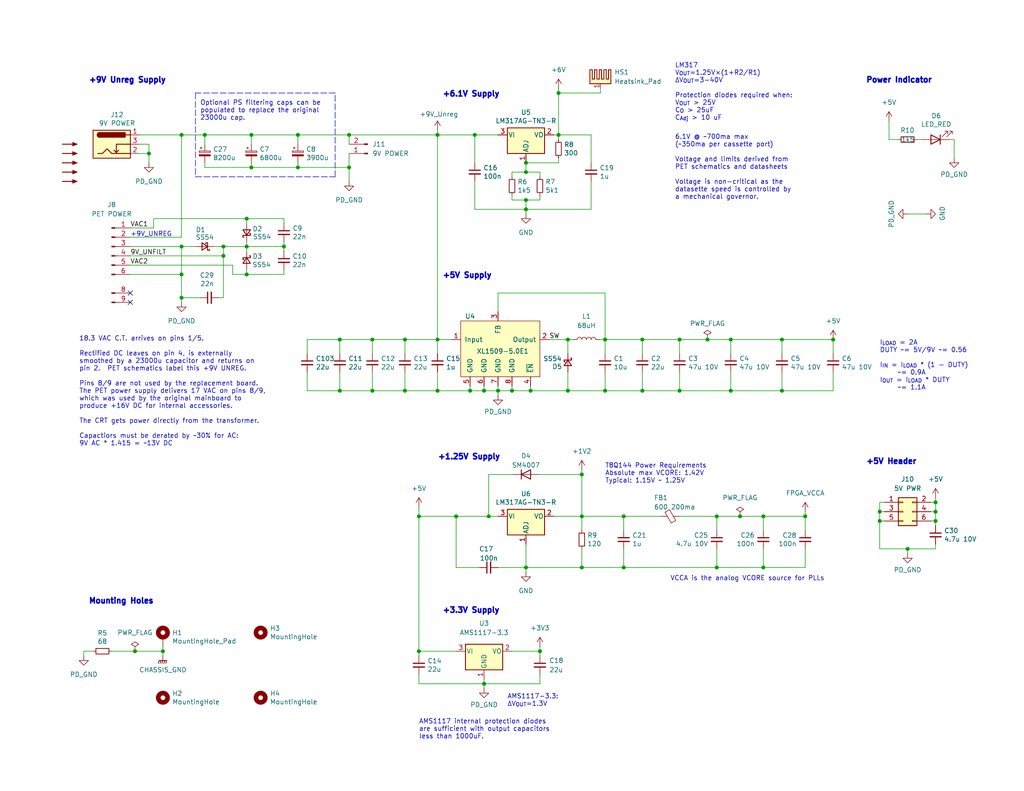
<source format=kicad_sch>
(kicad_sch (version 20211123) (generator eeschema)
  (paper "A")
  (title_block (title "EconoPET 40/8096") (date "2023-11-21") (rev "B") (comment 1 "Unspecified resistors are 62.5mW") (comment 2 "Unspecified capacitors are 25V"))
  (junction (at 213.36 106.68))
  (junction (at 240.03 139.7))
  (junction (at 119.38 36.83))
  (junction (at 132.08 106.68))
  (junction (at 185.42 106.68))
  (junction (at 95.25 36.83))
  (junction (at 114.3 177.8))
  (junction (at 92.71 92.71))
  (junction (at 195.58 154.94))
  (junction (at 67.31 67.31))
  (junction (at 95.25 45.72))
  (junction (at 255.27 137.16))
  (junction (at 144.78 106.68))
  (junction (at 158.75 154.94))
  (junction (at 199.39 106.68))
  (junction (at 213.36 92.71))
  (junction (at 143.51 46.99))
  (junction (at 240.03 142.24))
  (junction (at 227.33 92.71))
  (junction (at 110.49 106.68))
  (junction (at 255.27 139.7))
  (junction (at 40.64 41.91))
  (junction (at 36.83 177.8))
  (junction (at 77.47 67.31))
  (junction (at 101.6 106.68))
  (junction (at 101.6 92.71))
  (junction (at 92.71 106.68))
  (junction (at 208.28 154.94))
  (junction (at 143.51 57.15))
  (junction (at 49.53 74.93))
  (junction (at 49.53 81.28))
  (junction (at 152.4 25.4))
  (junction (at 143.51 44.45))
  (junction (at 247.65 149.86))
  (junction (at 185.42 92.71))
  (junction (at 68.58 45.72))
  (junction (at 208.28 140.97))
  (junction (at 124.46 140.97))
  (junction (at 67.31 59.69))
  (junction (at 44.45 177.8))
  (junction (at 201.93 140.97))
  (junction (at 81.28 45.72))
  (junction (at 193.04 92.71))
  (junction (at 81.28 36.83))
  (junction (at 49.53 67.31))
  (junction (at 154.94 92.71))
  (junction (at 110.49 92.71))
  (junction (at 55.88 36.83))
  (junction (at 170.18 140.97))
  (junction (at 119.38 92.71))
  (junction (at 255.27 142.24))
  (junction (at 68.58 36.83))
  (junction (at 129.54 36.83))
  (junction (at 195.58 140.97))
  (junction (at 165.1 92.71))
  (junction (at 49.53 36.83))
  (junction (at 158.75 129.54))
  (junction (at 119.38 106.68))
  (junction (at 175.26 106.68))
  (junction (at 152.4 36.83))
  (junction (at 128.27 106.68))
  (junction (at 147.32 177.8))
  (junction (at 132.08 186.69))
  (junction (at 135.89 106.68))
  (junction (at 219.71 140.97))
  (junction (at 139.7 106.68))
  (junction (at 165.1 106.68))
  (junction (at 170.18 154.94))
  (junction (at 60.96 67.31))
  (junction (at 114.3 140.97))
  (junction (at 175.26 92.71))
  (junction (at 143.51 54.61))
  (junction (at 158.75 140.97))
  (junction (at 60.96 69.85))
  (junction (at 67.31 74.93))
  (junction (at 133.35 140.97))
  (junction (at 154.94 106.68))
  (junction (at 143.51 154.94))
  (junction (at 199.39 92.71))
  (no_connect (at 35.56 80.01))
  (no_connect (at 35.56 82.55))
  (wire (pts (xy 161.29 49.53) (xy 161.29 57.15)))
  (wire (pts (xy 68.58 45.72) (xy 81.28 45.72)))
  (wire (pts (xy 81.28 44.45) (xy 81.28 45.72)))
  (wire (pts (xy 36.83 177.8) (xy 44.45 177.8)))
  (wire (pts (xy 129.54 36.83) (xy 135.89 36.83)))
  (wire (pts (xy 119.38 92.71) (xy 110.49 92.71)))
  (wire (pts (xy 49.53 36.83) (xy 55.88 36.83)))
  (wire (pts (xy 170.18 140.97) (xy 170.18 144.78)))
  (wire (pts (xy 95.25 36.83) (xy 95.25 39.37)))
  (wire (pts (xy 139.7 53.34) (xy 139.7 54.61)))
  (wire (pts (xy 132.08 186.69) (xy 132.08 187.96)))
  (wire (pts (xy 92.71 92.71) (xy 83.82 92.71)))
  (wire (pts (xy 55.88 45.72) (xy 68.58 45.72)))
  (wire (pts (xy 110.49 106.68) (xy 119.38 106.68)))
  (wire (pts (xy 101.6 106.68) (xy 101.6 101.6)))
  (wire (pts (xy 83.82 92.71) (xy 83.82 96.52)))
  (wire (pts (xy 114.3 138.43) (xy 114.3 140.97)))
  (wire (pts (xy 143.51 57.15) (xy 143.51 58.42)))
  (wire (pts (xy 219.71 140.97) (xy 219.71 139.7)))
  (wire (pts (xy 170.18 149.86) (xy 170.18 154.94)))
  (wire (pts (xy 49.53 81.28) (xy 49.53 82.55)))
  (wire (pts (xy 35.56 69.85) (xy 60.96 69.85)))
  (wire (pts (xy 195.58 154.94) (xy 208.28 154.94)))
  (wire (pts (xy 81.28 36.83) (xy 95.25 36.83)))
  (wire (pts (xy 175.26 92.71) (xy 175.26 96.52)))
  (wire (pts (xy 67.31 73.66) (xy 67.31 74.93)))
  (wire (pts (xy 219.71 140.97) (xy 219.71 144.78)))
  (wire (pts (xy 143.51 54.61) (xy 143.51 57.15)))
  (wire (pts (xy 152.4 25.4) (xy 152.4 36.83)))
  (wire (pts (xy 147.32 177.8) (xy 147.32 179.07)))
  (wire (pts (xy 199.39 92.71) (xy 199.39 96.52)))
  (wire (pts (xy 92.71 92.71) (xy 101.6 92.71)))
  (wire (pts (xy 201.93 140.97) (xy 208.28 140.97)))
  (wire (pts (xy 151.13 36.83) (xy 152.4 36.83)))
  (wire (pts (xy 40.64 41.91) (xy 40.64 44.45)))
  (wire (pts (xy 152.4 36.83) (xy 161.29 36.83)))
  (wire (pts (xy 110.49 106.68) (xy 101.6 106.68)))
  (wire (pts (xy 213.36 106.68) (xy 227.33 106.68)))
  (wire (pts (xy 119.38 106.68) (xy 128.27 106.68)))
  (wire (pts (xy 154.94 92.71) (xy 154.94 96.52)))
  (polyline (pts (xy 53.34 25.4) (xy 53.34 48.26)))
  (wire (pts (xy 143.51 46.99) (xy 139.7 46.99)))
  (wire (pts (xy 119.38 36.83) (xy 129.54 36.83)))
  (wire (pts (xy 143.51 44.45) (xy 152.4 44.45)))
  (wire (pts (xy 208.28 140.97) (xy 219.71 140.97)))
  (wire (pts (xy 59.69 81.28) (xy 60.96 81.28)))
  (wire (pts (xy 158.75 144.78) (xy 158.75 140.97)))
  (polyline (pts (xy 91.44 48.26) (xy 91.44 25.4)))
  (wire (pts (xy 170.18 154.94) (xy 195.58 154.94)))
  (wire (pts (xy 114.3 140.97) (xy 114.3 177.8)))
  (wire (pts (xy 129.54 36.83) (xy 129.54 44.45)))
  (wire (pts (xy 240.03 139.7) (xy 241.3 139.7)))
  (wire (pts (xy 101.6 92.71) (xy 101.6 96.52)))
  (wire (pts (xy 227.33 101.6) (xy 227.33 106.68)))
  (wire (pts (xy 151.13 140.97) (xy 158.75 140.97)))
  (wire (pts (xy 135.89 106.68) (xy 139.7 106.68)))
  (wire (pts (xy 255.27 142.24) (xy 255.27 143.51)))
  (wire (pts (xy 240.03 137.16) (xy 240.03 139.7)))
  (wire (pts (xy 135.89 80.01) (xy 165.1 80.01)))
  (wire (pts (xy 165.1 92.71) (xy 165.1 96.52)))
  (wire (pts (xy 101.6 106.68) (xy 92.71 106.68)))
  (wire (pts (xy 147.32 48.26) (xy 147.32 46.99)))
  (wire (pts (xy 147.32 129.54) (xy 158.75 129.54)))
  (wire (pts (xy 110.49 92.71) (xy 110.49 96.52)))
  (wire (pts (xy 152.4 43.18) (xy 152.4 44.45)))
  (wire (pts (xy 60.96 69.85) (xy 60.96 67.31)))
  (wire (pts (xy 161.29 36.83) (xy 161.29 44.45)))
  (wire (pts (xy 77.47 59.69) (xy 77.47 60.96)))
  (wire (pts (xy 255.27 139.7) (xy 255.27 142.24)))
  (wire (pts (xy 128.27 105.41) (xy 128.27 106.68)))
  (wire (pts (xy 158.75 128.27) (xy 158.75 129.54)))
  (wire (pts (xy 219.71 154.94) (xy 219.71 149.86)))
  (wire (pts (xy 144.78 106.68) (xy 154.94 106.68)))
  (wire (pts (xy 185.42 92.71) (xy 175.26 92.71)))
  (wire (pts (xy 195.58 140.97) (xy 185.42 140.97)))
  (wire (pts (xy 149.86 92.71) (xy 154.94 92.71)))
  (wire (pts (xy 41.91 59.69) (xy 67.31 59.69)))
  (wire (pts (xy 213.36 92.71) (xy 213.36 96.52)))
  (wire (pts (xy 152.4 25.4) (xy 163.83 25.4)))
  (wire (pts (xy 129.54 57.15) (xy 129.54 49.53)))
  (wire (pts (xy 135.89 154.94) (xy 143.51 154.94)))
  (wire (pts (xy 165.1 92.71) (xy 165.1 80.01)))
  (wire (pts (xy 40.64 39.37) (xy 40.64 41.91)))
  (wire (pts (xy 255.27 148.59) (xy 255.27 149.86)))
  (wire (pts (xy 133.35 129.54) (xy 139.7 129.54)))
  (wire (pts (xy 77.47 74.93) (xy 77.47 73.66)))
  (wire (pts (xy 35.56 74.93) (xy 49.53 74.93)))
  (wire (pts (xy 208.28 144.78) (xy 208.28 140.97)))
  (wire (pts (xy 35.56 72.39) (xy 63.5 72.39)))
  (wire (pts (xy 67.31 66.04) (xy 67.31 67.31)))
  (polyline (pts (xy 91.44 25.4) (xy 53.34 25.4)))
  (wire (pts (xy 147.32 176.53) (xy 147.32 177.8)))
  (wire (pts (xy 49.53 67.31) (xy 49.53 74.93)))
  (wire (pts (xy 185.42 101.6) (xy 185.42 106.68)))
  (wire (pts (xy 152.4 24.13) (xy 152.4 25.4)))
  (wire (pts (xy 247.65 149.86) (xy 240.03 149.86)))
  (wire (pts (xy 132.08 186.69) (xy 147.32 186.69)))
  (wire (pts (xy 124.46 140.97) (xy 124.46 154.94)))
  (wire (pts (xy 240.03 149.86) (xy 240.03 142.24)))
  (wire (pts (xy 170.18 140.97) (xy 180.34 140.97)))
  (wire (pts (xy 92.71 106.68) (xy 92.71 101.6)))
  (wire (pts (xy 114.3 140.97) (xy 124.46 140.97)))
  (wire (pts (xy 195.58 149.86) (xy 195.58 154.94)))
  (wire (pts (xy 139.7 46.99) (xy 139.7 48.26)))
  (wire (pts (xy 81.28 36.83) (xy 81.28 39.37)))
  (wire (pts (xy 22.86 177.8) (xy 25.4 177.8)))
  (wire (pts (xy 254 142.24) (xy 255.27 142.24)))
  (wire (pts (xy 55.88 36.83) (xy 55.88 39.37)))
  (wire (pts (xy 158.75 154.94) (xy 170.18 154.94)))
  (wire (pts (xy 143.51 44.45) (xy 143.51 46.99)))
  (wire (pts (xy 199.39 101.6) (xy 199.39 106.68)))
  (wire (pts (xy 240.03 139.7) (xy 240.03 142.24)))
  (wire (pts (xy 154.94 101.6) (xy 154.94 106.68)))
  (wire (pts (xy 132.08 106.68) (xy 135.89 106.68)))
  (wire (pts (xy 175.26 101.6) (xy 175.26 106.68)))
  (wire (pts (xy 83.82 106.68) (xy 83.82 101.6)))
  (wire (pts (xy 208.28 154.94) (xy 219.71 154.94)))
  (wire (pts (xy 154.94 92.71) (xy 156.21 92.71)))
  (wire (pts (xy 195.58 140.97) (xy 201.93 140.97)))
  (wire (pts (xy 119.38 35.56) (xy 119.38 36.83)))
  (wire (pts (xy 58.42 67.31) (xy 60.96 67.31)))
  (wire (pts (xy 60.96 67.31) (xy 67.31 67.31)))
  (wire (pts (xy 254 139.7) (xy 255.27 139.7)))
  (wire (pts (xy 227.33 92.71) (xy 227.33 96.52)))
  (wire (pts (xy 41.91 59.69) (xy 41.91 62.23)))
  (wire (pts (xy 208.28 154.94) (xy 208.28 149.86)))
  (wire (pts (xy 110.49 92.71) (xy 101.6 92.71)))
  (wire (pts (xy 95.25 45.72) (xy 95.25 49.53)))
  (wire (pts (xy 154.94 106.68) (xy 165.1 106.68)))
  (wire (pts (xy 132.08 186.69) (xy 132.08 185.42)))
  (wire (pts (xy 49.53 81.28) (xy 54.61 81.28)))
  (wire (pts (xy 185.42 92.71) (xy 193.04 92.71)))
  (wire (pts (xy 255.27 137.16) (xy 255.27 139.7)))
  (wire (pts (xy 135.89 105.41) (xy 135.89 106.68)))
  (wire (pts (xy 110.49 101.6) (xy 110.49 106.68)))
  (wire (pts (xy 147.32 53.34) (xy 147.32 54.61)))
  (wire (pts (xy 213.36 101.6) (xy 213.36 106.68)))
  (wire (pts (xy 22.86 179.07) (xy 22.86 177.8)))
  (wire (pts (xy 133.35 140.97) (xy 135.89 140.97)))
  (wire (pts (xy 67.31 68.58) (xy 67.31 67.31)))
  (wire (pts (xy 114.3 184.15) (xy 114.3 186.69)))
  (wire (pts (xy 63.5 74.93) (xy 63.5 72.39)))
  (wire (pts (xy 44.45 177.8) (xy 44.45 176.53)))
  (wire (pts (xy 67.31 67.31) (xy 77.47 67.31)))
  (wire (pts (xy 165.1 101.6) (xy 165.1 106.68)))
  (wire (pts (xy 68.58 45.72) (xy 68.58 44.45)))
  (wire (pts (xy 67.31 59.69) (xy 67.31 60.96)))
  (wire (pts (xy 240.03 142.24) (xy 241.3 142.24)))
  (wire (pts (xy 114.3 177.8) (xy 114.3 179.07)))
  (wire (pts (xy 139.7 177.8) (xy 147.32 177.8)))
  (wire (pts (xy 143.51 46.99) (xy 147.32 46.99)))
  (wire (pts (xy 63.5 74.93) (xy 67.31 74.93)))
  (wire (pts (xy 255.27 149.86) (xy 247.65 149.86)))
  (wire (pts (xy 55.88 36.83) (xy 68.58 36.83)))
  (wire (pts (xy 143.51 154.94) (xy 143.51 148.59)))
  (wire (pts (xy 77.47 67.31) (xy 77.47 66.04)))
  (wire (pts (xy 143.51 57.15) (xy 129.54 57.15)))
  (wire (pts (xy 254 137.16) (xy 255.27 137.16)))
  (wire (pts (xy 128.27 106.68) (xy 132.08 106.68)))
  (wire (pts (xy 30.48 177.8) (xy 36.83 177.8)))
  (wire (pts (xy 119.38 36.83) (xy 119.38 92.71)))
  (wire (pts (xy 139.7 106.68) (xy 144.78 106.68)))
  (wire (pts (xy 260.35 38.1) (xy 260.35 43.18)))
  (wire (pts (xy 119.38 92.71) (xy 123.19 92.71)))
  (wire (pts (xy 95.25 36.83) (xy 119.38 36.83)))
  (wire (pts (xy 44.45 179.07) (xy 44.45 177.8)))
  (wire (pts (xy 143.51 154.94) (xy 158.75 154.94)))
  (polyline (pts (xy 53.34 48.26) (xy 91.44 48.26)))
  (wire (pts (xy 68.58 36.83) (xy 68.58 39.37)))
  (wire (pts (xy 49.53 67.31) (xy 53.34 67.31)))
  (wire (pts (xy 139.7 54.61) (xy 143.51 54.61)))
  (wire (pts (xy 165.1 106.68) (xy 175.26 106.68)))
  (wire (pts (xy 135.89 80.01) (xy 135.89 85.09)))
  (wire (pts (xy 213.36 92.71) (xy 227.33 92.71)))
  (wire (pts (xy 67.31 74.93) (xy 77.47 74.93)))
  (wire (pts (xy 67.31 59.69) (xy 77.47 59.69)))
  (wire (pts (xy 199.39 92.71) (xy 213.36 92.71)))
  (wire (pts (xy 40.64 41.91) (xy 38.1 41.91)))
  (wire (pts (xy 133.35 140.97) (xy 124.46 140.97)))
  (wire (pts (xy 195.58 140.97) (xy 195.58 144.78)))
  (wire (pts (xy 119.38 92.71) (xy 119.38 96.52)))
  (wire (pts (xy 35.56 62.23) (xy 41.91 62.23)))
  (wire (pts (xy 213.36 106.68) (xy 199.39 106.68)))
  (wire (pts (xy 185.42 92.71) (xy 185.42 96.52)))
  (wire (pts (xy 144.78 106.68) (xy 144.78 105.41)))
  (wire (pts (xy 60.96 69.85) (xy 60.96 81.28)))
  (wire (pts (xy 132.08 105.41) (xy 132.08 106.68)))
  (wire (pts (xy 49.53 74.93) (xy 49.53 81.28)))
  (wire (pts (xy 251.46 38.1) (xy 250.19 38.1)))
  (wire (pts (xy 247.65 149.86) (xy 247.65 151.13)))
  (wire (pts (xy 38.1 36.83) (xy 49.53 36.83)))
  (wire (pts (xy 259.08 38.1) (xy 260.35 38.1)))
  (wire (pts (xy 124.46 154.94) (xy 130.81 154.94)))
  (wire (pts (xy 175.26 106.68) (xy 185.42 106.68)))
  (wire (pts (xy 147.32 186.69) (xy 147.32 184.15)))
  (wire (pts (xy 114.3 186.69) (xy 132.08 186.69)))
  (wire (pts (xy 133.35 140.97) (xy 133.35 129.54)))
  (wire (pts (xy 143.51 57.15) (xy 161.29 57.15)))
  (wire (pts (xy 139.7 105.41) (xy 139.7 106.68)))
  (wire (pts (xy 143.51 54.61) (xy 147.32 54.61)))
  (wire (pts (xy 240.03 137.16) (xy 241.3 137.16)))
  (wire (pts (xy 158.75 129.54) (xy 158.75 140.97)))
  (wire (pts (xy 185.42 106.68) (xy 199.39 106.68)))
  (wire (pts (xy 35.56 64.77) (xy 49.53 64.77)))
  (wire (pts (xy 77.47 67.31) (xy 77.47 68.58)))
  (wire (pts (xy 95.25 41.91) (xy 95.25 45.72)))
  (wire (pts (xy 152.4 36.83) (xy 152.4 38.1)))
  (wire (pts (xy 35.56 67.31) (xy 49.53 67.31)))
  (wire (pts (xy 38.1 39.37) (xy 40.64 39.37)))
  (wire (pts (xy 255.27 135.89) (xy 255.27 137.16)))
  (wire (pts (xy 247.65 58.42) (xy 252.73 58.42)))
  (wire (pts (xy 158.75 140.97) (xy 170.18 140.97)))
  (wire (pts (xy 245.11 38.1) (xy 242.57 38.1)))
  (wire (pts (xy 158.75 149.86) (xy 158.75 154.94)))
  (wire (pts (xy 81.28 45.72) (xy 95.25 45.72)))
  (wire (pts (xy 92.71 106.68) (xy 83.82 106.68)))
  (wire (pts (xy 119.38 101.6) (xy 119.38 106.68)))
  (wire (pts (xy 165.1 92.71) (xy 175.26 92.71)))
  (wire (pts (xy 135.89 106.68) (xy 135.89 107.95)))
  (wire (pts (xy 49.53 36.83) (xy 49.53 64.77)))
  (wire (pts (xy 163.83 92.71) (xy 165.1 92.71)))
  (wire (pts (xy 143.51 154.94) (xy 143.51 156.21)))
  (wire (pts (xy 92.71 96.52) (xy 92.71 92.71)))
  (wire (pts (xy 163.83 25.4) (xy 163.83 24.13)))
  (wire (pts (xy 193.04 92.71) (xy 199.39 92.71)))
  (wire (pts (xy 68.58 36.83) (xy 81.28 36.83)))
  (wire (pts (xy 55.88 44.45) (xy 55.88 45.72)))
  (wire (pts (xy 114.3 177.8) (xy 124.46 177.8)))
  (wire (pts (xy 242.57 33.02) (xy 242.57 38.1)))
  (text "T8Q144 Power Requirements\nAbsolute max VCORE: 1.42V\nTypical: 1.15V ~ 1.25V" (at 165.1 132.08 0) (effects (font (size 1.27 1.27)) (justify left bottom)))
  (text "18.3 VAC C.T. arrives on pins 1/5.\n\nRectified DC leaves on pin 4, is externally\nsmoothed by a 23000u capacitor and returns on\npin 2.  PET schematics label this +9V UNREG.\n\nPins 8/9 are not used by the replacement board.\nThe PET power supply delivers 17 VAC on pins 8/9,\nwhich was used by the original mainboard to\nproduce +16V DC for internal accessories.\n\nThe CRT gets power directly from the transformer.\n\nCapactiors must be derated by ~30% for AC:\n9V AC * 1.415 = ~13V DC" (at 21.59 121.92 0) (effects (font (size 1.27 1.27)) (justify left bottom)))
  (text "Power Indicator" (at 236.22 22.86 0) (effects (font (size 1.5 1.5) (thickness 0.8) bold) (justify left bottom)))
  (text "+9V_UNREG" (at 35.56 64.77 0) (effects (font (size 1.27 1.27)) (justify left bottom)))
  (text "+9V Unreg Supply" (at 24.13 22.86 0) (effects (font (size 1.5 1.5) (thickness 0.8) bold) (justify left bottom)))
  (text "Optional PS filtering caps can be\npopulated to replace the original\n23000u cap." (at 54.61 33.02 0) (effects (font (size 1.27 1.27)) (justify left bottom)))
  (text "+6.1V Supply" (at 120.65 26.67 0) (effects (font (size 1.5 1.5) (thickness 0.8) bold) (justify left bottom)))
  (text "+5V Header" (at 236.22 127 0) (effects (font (size 1.5 1.5) (thickness 0.8) bold) (justify left bottom)))
  (text "VCCA is the analog VCORE source for PLLs" (at 182.88 158.75 0) (effects (font (size 1.27 1.27)) (justify left bottom)))
  (text "AMS1117-3.3:\nΔV_{OUT}=1.3V" (at 138.43 193.04 0) (effects (font (size 1.27 1.27)) (justify left bottom)))
  (text "+5V Supply" (at 120.65 76.2 0) (effects (font (size 1.5 1.5) (thickness 0.8) bold) (justify left bottom)))
  (text "AMS1117 internal protection diodes\nare sufficient with output capacitors\nless than 1000uF." (at 114.3 201.93 0) (effects (font (size 1.27 1.27)) (justify left bottom)))
  (text "Mounting Holes" (at 24.13 165.1 0) (effects (font (size 1.5 1.5) (thickness 0.8) bold) (justify left bottom)))
  (text "+1.25V Supply" (at 119.38 125.73 0) (effects (font (size 1.5 1.5) (thickness 0.8) bold) (justify left bottom)))
  (text "+3.3V Supply" (at 120.65 167.64 0) (effects (font (size 1.5 1.5) (thickness 0.8) bold) (justify left bottom)))
  (text "6.1V @ ~700ma max\n(~350ma per cassette port)\n\nVoltage and limits derived from\nPET schematics and datasheets\n\nVoltage is non-critical as the\ndatasette speed is controlled by\na mechanical governor." (at 184.15 54.61 0) (effects (font (size 1.27 1.27)) (justify left bottom)))
  (text "LM317\nV_{OUT}=1.25V×(1+R2/R1)\nΔV_{OUT}=3-40V\n\nProtection diodes required when:\nV_{OUT} > 25V\nC_{O} > 25uF\nC_{Adj} > 10 uF\n" (at 184.15 33.02 0) (effects (font (size 1.27 1.27)) (justify left bottom)))
  (text "I_{LOAD} = 2A\nDUTY ~= 5V/9V ~= 0.56\n\nI_{IN} = I_{LOAD} * (1 - DUTY)\n     ~= 0.9A\nI_{OUT} = I_{LOAD} * DUTY\n     ~= 1.1A" (at 240.03 106.68 0) (effects (font (size 1.27 1.27)) (justify left bottom)))
  (label "9V_UNFILT" (at 35.56 69.85 0))
  (label "VAC1" (at 35.56 62.23 0))
  (label "VAC2" (at 35.56 72.39 0))
  (label "SW" (at 149.86 92.71 0))
  (symbol (lib_id "Connector:Barrel_Jack_Switch") (at 30.48 39.37 0) (unit 1)
    (property "Reference" "J12" (at 31.9278 31.3182 0))
    (property "Value" "9V POWER" (at 31.9278 33.6296 0))
    (property "Footprint" "PET:BarrelJack_Horizontal" (effects hide))
    (property "Datasheet" "https://www.gravitech.us/poja2x51.html" (effects hide))
    (property "MOUSER" "992-CON-SOCJ-2155" (effects hide))
  )
  (symbol (lib_id "Mainboard-rescue:CP_Small-Device") (at 55.88 41.91 0) (unit 1)
    (property "Reference" "C27" (at 58.1152 40.7416 0) (effects (justify left)))
    (property "Value" "8200u" (at 58.1152 43.053 0) (effects (justify left)))
    (property "Footprint" "PET:CP_Radial_D18.0mm_P5.00mm_P7.50mm" (effects hide))
    (property "Datasheet" "https://www.mouser.com/datasheet/2/420/Chemi_Con_KYBLL_e-3313623.pdf" (effects hide))
    (property "MOUSER" "661-EKYB250E822MMP1S" (effects hide))
  )
  (symbol (lib_id "Device:LED") (at 255.27 38.1 180) (unit 1)
    (property "Reference" "D6" (at 255.4478 31.623 0))
    (property "Value" "LED_RED" (at 255.4478 33.9344 0))
    (property "Footprint" "LED_SMD:LED_0603_1608Metric" (effects hide))
    (property "Datasheet" "https://datasheet.lcsc.com/lcsc/1810231112_Hubei-KENTO-Elec-KT-0603R_C2286.pdf" (effects hide))
    (property "LCSC" "C2286" (effects hide))
  )
  (symbol (lib_id "Mechanical:MountingHole") (at 71.12 172.72 0) (unit 1)
    (property "Reference" "H3" (at 73.66 171.5516 0) (effects (justify left)))
    (property "Value" "MountingHole" (at 73.66 173.863 0) (effects (justify left)))
    (property "Footprint" "PET:PET_MountingHole_4mm" (effects hide))
  )
  (symbol (lib_id "Device:C_Small") (at 77.47 63.5 0) (unit 1)
    (property "Reference" "C9" (at 79.8068 62.3316 0) (effects (justify left)))
    (property "Value" "22n" (at 79.8068 64.643 0) (effects (justify left)))
    (property "Footprint" "Capacitor_SMD:C_0402_1005Metric" (effects hide))
    (property "Datasheet" "https://datasheet.lcsc.com/lcsc/2304140030_FH--Guangdong-Fenghua-Advanced-Tech-0402B223K500NT_C1532.pdf" (effects hide))
    (property "LCSC" "C1532" (effects hide))
  )
  (symbol (lib_id "Device:D_Schottky_Small") (at 67.31 63.5 90) (unit 1)
    (property "Reference" "D2" (at 70.231 62.484 90))
    (property "Value" "SS54" (at 71.501 64.643 90))
    (property "Footprint" "Diode_SMD:D_SMA" (effects hide))
    (property "Datasheet" "https://datasheet.lcsc.com/lcsc/2303141100_MDD-Microdiode-Electronics--SS54_C22452.pdf" (effects hide))
    (property "LCSC" "C22452" (effects hide))
  )
  (symbol (lib_id "Device:D_Schottky_Small") (at 67.31 71.12 270) (unit 1)
    (property "Reference" "D3" (at 70.231 69.977 90))
    (property "Value" "SS54" (at 71.374 72.263 90))
    (property "Footprint" "Diode_SMD:D_SMA" (effects hide))
    (property "Datasheet" "https://datasheet.lcsc.com/lcsc/2303141100_MDD-Microdiode-Electronics--SS54_C22452.pdf" (effects hide))
    (property "LCSC" "C22452" (effects hide))
  )
  (symbol (lib_id "Device:D_Schottky_Small") (at 55.88 67.31 180) (unit 1)
    (property "Reference" "D1" (at 54.737 62.738 0))
    (property "Value" "SS54" (at 55.88 64.77 0))
    (property "Footprint" "Diode_SMD:D_SMA" (effects hide))
    (property "Datasheet" "https://datasheet.lcsc.com/lcsc/2303141100_MDD-Microdiode-Electronics--SS54_C22452.pdf" (effects hide))
    (property "LCSC" "C22452" (effects hide))
  )
  (symbol (lib_id "Device:C_Small") (at 77.47 71.12 0) (unit 1)
    (property "Reference" "C10" (at 79.8068 69.9516 0) (effects (justify left)))
    (property "Value" "22n" (at 79.8068 72.263 0) (effects (justify left)))
    (property "Footprint" "Capacitor_SMD:C_0402_1005Metric" (effects hide))
    (property "Datasheet" "https://datasheet.lcsc.com/lcsc/2304140030_FH--Guangdong-Fenghua-Advanced-Tech-0402B223K500NT_C1532.pdf" (effects hide))
    (property "LCSC" "C1532" (effects hide))
  )
  (symbol (lib_id "Device:C_Small") (at 57.15 81.28 90) (unit 1)
    (property "Reference" "C29" (at 58.42 75.1586 90) (effects (justify left)))
    (property "Value" "22n" (at 58.42 77.47 90) (effects (justify left)))
    (property "Footprint" "Capacitor_SMD:C_0402_1005Metric" (effects hide))
    (property "Datasheet" "https://datasheet.lcsc.com/lcsc/2304140030_FH--Guangdong-Fenghua-Advanced-Tech-0402B223K500NT_C1532.pdf" (effects hide))
    (property "LCSC" "C1532" (effects hide))
  )
  (symbol (lib_id "Mechanical:MountingHole_Pad") (at 44.45 173.99 0) (unit 1)
    (property "Reference" "H1" (at 46.99 172.7454 0) (effects (justify left)))
    (property "Value" "MountingHole_Pad" (at 46.99 175.0568 0) (effects (justify left)))
    (property "Footprint" "MountingHole:MountingHole_4mm_Pad" (effects hide))
  )
  (symbol (lib_id "Device:R_Small") (at 27.94 177.8 270) (unit 1)
    (property "Reference" "R5" (at 27.94 172.8216 90))
    (property "Value" "68" (at 27.94 175.133 90))
    (property "Footprint" "Resistor_SMD:R_0805_2012Metric" (effects hide))
    (property "Datasheet" "https://datasheet.lcsc.com/lcsc/2205311830_UNI-ROYAL-Uniroyal-Elec-0805W8F680JT5E_C17802.pdf" (effects hide))
    (property "LCSC" "C17802" (effects hide))
  )
  (symbol (lib_id "Device:C_Small") (at 255.27 146.05 0) (unit 1)
    (property "Reference" "C30" (at 257.6068 144.8816 0) (effects (justify left)))
    (property "Value" "4.7u 10V" (at 257.6068 147.193 0) (effects (justify left)))
    (property "Footprint" "Capacitor_SMD:C_0402_1005Metric" (effects hide))
    (property "Datasheet" "https://datasheet.lcsc.com/lcsc/2304140030_Samsung-Electro-Mechanics-CL05A475MP5NRNC_C23733.pdf" (effects hide))
    (property "LCSC" "C23733" (effects hide))
  )
  (symbol (lib_id "Device:FerriteBead_Small") (at 182.88 140.97 270) (mirror x) (unit 1)
    (property "Reference" "FB1" (at 178.435 135.89 90) (effects (justify left)))
    (property "Value" "600 200ma" (at 178.435 138.43 90) (effects (justify left)))
    (property "Footprint" "Inductor_SMD:L_0603_1608Metric" (effects hide))
    (property "Datasheet" "https://datasheet.lcsc.com/lcsc/2109180930_Sunlord-GZ1608D601TF_C1002.pdf" (effects hide))
    (property "LCSC" "C1002" (effects hide))
  )
  (symbol (lib_id "Mechanical:MountingHole") (at 44.45 190.5 0) (unit 1)
    (property "Reference" "H2" (at 46.99 189.3316 0) (effects (justify left)))
    (property "Value" "MountingHole" (at 46.99 191.643 0) (effects (justify left)))
    (property "Footprint" "PET:PET_MountingHole_4mm" (effects hide))
  )
  (symbol (lib_id "power:+5V") (at 255.27 135.89 0) (unit 1)
    (property "Reference" "#PWR031" (effects hide))
    (property "Value" "+5V" (at 255.27 130.81 0))
  )
  (symbol (lib_id "PET:PD_GND") (at 247.65 58.42 270) (unit 1)
    (property "Reference" "#PWR028" (effects hide))
    (property "Value" "PD_GND" (at 243.205 58.42 0))
  )
  (symbol (lib_id "Device:C_Small") (at 119.38 99.06 0) (unit 1)
    (property "Reference" "C15" (at 121.7168 97.8916 0) (effects (justify left)))
    (property "Value" "1u" (at 121.7168 100.203 0) (effects (justify left)))
    (property "Footprint" "Capacitor_SMD:C_0402_1005Metric" (effects hide))
    (property "Datasheet" "https://datasheet.lcsc.com/lcsc/2304140030_Samsung-Electro-Mechanics-CL05A105KA5NQNC_C52923.pdf" (effects hide))
    (property "LCSC" "C52923" (effects hide))
  )
  (symbol (lib_id "power:+3V3") (at 147.32 176.53 0) (unit 1)
    (property "Reference" "#PWR022" (effects hide))
    (property "Value" "+3V3" (at 147.32 171.45 0))
  )
  (symbol (lib_id "PET:PD_GND") (at 22.86 179.07 0) (unit 1)
    (property "Reference" "#PWR011" (effects hide))
    (property "Value" "PD_GND" (at 22.86 184.15 0))
  )
  (symbol (lib_id "Device:C_Small") (at 227.33 99.06 0) (unit 1)
    (property "Reference" "C6" (at 229.6668 97.8916 0) (effects (justify left)))
    (property "Value" "47u 10V" (at 229.6668 100.203 0) (effects (justify left)))
    (property "Footprint" "Capacitor_SMD:C_1206_3216Metric" (effects hide))
    (property "Datasheet" "https://datasheet.lcsc.com/lcsc/2304140030_Samsung-Electro-Mechanics-CL31A476MPHNNNE_C96123.pdf" (effects hide))
    (property "LCSC" "C96123" (effects hide))
  )
  (symbol (lib_id "Regulator_Linear:LM317_TO-252") (at 143.51 140.97 0) (unit 1)
    (property "Reference" "U6" (at 143.51 134.8232 0))
    (property "Value" "LM317AG-TN3-R" (at 143.51 137.1346 0))
    (property "Footprint" "Package_TO_SOT_SMD:TO-252-2" (effects hide))
    (property "Datasheet" "https://datasheet.lcsc.com/lcsc/2304140030_UTC-Unisonic-Tech-LM317AG-TN3-R_C75510.pdf" (effects hide))
    (property "LCSC" "C75510" (effects hide))
  )
  (symbol (lib_id "Regulator_Linear:LM317_TO-252") (at 143.51 36.83 0) (unit 1)
    (property "Reference" "U5" (at 143.51 30.6832 0))
    (property "Value" "LM317AG-TN3-R" (at 143.51 32.9946 0))
    (property "Footprint" "Package_TO_SOT_SMD:TO-252-2" (effects hide))
    (property "Datasheet" "https://datasheet.lcsc.com/lcsc/2304140030_UTC-Unisonic-Tech-LM317AG-TN3-R_C75510.pdf" (effects hide))
    (property "LCSC" "C75510" (effects hide))
  )
  (symbol (lib_id "Connector:Conn_01x02_Male") (at 100.33 41.91 180) (unit 1)
    (property "Reference" "J11" (at 101.6 39.3699 0) (effects (justify right)))
    (property "Value" "9V POWER" (at 101.6 41.9099 0) (effects (justify right)))
    (property "Footprint" "Connector_PinHeader_2.54mm:PinHeader_1x02_P2.54mm_Vertical" (effects hide))
    (property "MOUSER" "649-1012937891002BLF" (effects hide))
  )
  (symbol (lib_id "Regulator_Linear:AMS1117-3.3") (at 132.08 177.8 0) (unit 1)
    (property "Reference" "U3" (at 132.08 170.18 0))
    (property "Value" "AMS1117-3.3" (at 132.08 172.72 0))
    (property "Footprint" "Package_TO_SOT_SMD:SOT-223-3_TabPin2" (effects hide))
    (property "Datasheet" "https://datasheet.lcsc.com/lcsc/2304140030_Advanced-Monolithic-Systems-AMS1117-3-3_C6186.pdf" (effects hide))
    (property "LCSC" "C6186" (effects hide))
  )
  (symbol (lib_id "Device:C_Small") (at 92.71 99.06 0) (unit 1)
    (property "Reference" "C11" (at 95.0468 97.8916 0) (effects (justify left)))
    (property "Value" "22u" (at 95.0468 100.203 0) (effects (justify left)))
    (property "Footprint" "Capacitor_SMD:C_0805_2012Metric" (effects hide))
    (property "Datasheet" "https://datasheet.lcsc.com/lcsc/2304140030_Samsung-Electro-Mechanics-CL21A226MAQNNNE_C45783.pdf" (effects hide))
    (property "LCSC" "C45783" (effects hide))
  )
  (symbol (lib_id "PET:FPGA_VCCA") (at 219.71 139.7 0) (unit 1)
    (property "Reference" "#PWR025" (effects hide))
    (property "Value" "FPGA_VCCA" (at 219.71 134.62 0))
  )
  (symbol (lib_id "Device:C_Small") (at 165.1 99.06 0) (unit 1)
    (property "Reference" "C1" (at 167.4368 97.8916 0) (effects (justify left)))
    (property "Value" "10u" (at 167.4368 100.203 0) (effects (justify left)))
    (property "Footprint" "Capacitor_SMD:C_0603_1608Metric" (effects hide))
    (property "Datasheet" "https://datasheet.lcsc.com/lcsc/2304140030_Samsung-Electro-Mechanics-CL10A106MA8NRNC_C96446.pdf" (effects hide))
    (property "LCSC" "C96446" (effects hide))
  )
  (symbol (lib_id "Device:C_Small") (at 114.3 181.61 0) (unit 1)
    (property "Reference" "C14" (at 116.6368 180.4416 0) (effects (justify left)))
    (property "Value" "22u" (at 116.6368 182.753 0) (effects (justify left)))
    (property "Footprint" "Capacitor_SMD:C_0805_2012Metric" (effects hide))
    (property "Datasheet" "https://datasheet.lcsc.com/lcsc/2304140030_Samsung-Electro-Mechanics-CL21A226MAQNNNE_C45783.pdf" (effects hide))
    (property "LCSC" "C45783" (effects hide))
  )
  (symbol (lib_id "Mainboard-rescue:CP_Small-Device") (at 81.28 41.91 0) (unit 1)
    (property "Reference" "C8" (at 83.5152 40.7416 0) (effects (justify left)))
    (property "Value" "3900u" (at 83.5152 43.053 0) (effects (justify left)))
    (property "Footprint" "Capacitor_THT:CP_Radial_D12.5mm_P5.00mm" (effects hide))
    (property "Datasheet" "https://www.mouser.com/datasheet/2/420/Chemi_Con_KYBLL_e-3313623.pdf" (effects hide))
    (property "MOUSER" "661-EKYB250E392MK40S" (effects hide))
  )
  (symbol (lib_id "Graphic:SYM_Arrow_Small") (at 19.05 44.45 0) (unit 1)
    (property "Reference" "SYM3" (effects hide))
    (property "Value" "SYM_Arrow_Small" (effects hide))
    (property "Footprint" "PET:EconoPET_Model" (effects hide))
  )
  (symbol (lib_id "PET:PD_GND") (at 135.89 107.95 0) (unit 1)
    (property "Reference" "#PWR019" (effects hide))
    (property "Value" "PD_GND" (at 135.89 112.395 0))
  )
  (symbol (lib_id "PET:PD_GND") (at 95.25 49.53 0) (unit 1)
    (property "Reference" "#PWR015" (effects hide))
    (property "Value" "PD_GND" (at 95.25 54.61 0))
  )
  (symbol (lib_id "power:PWR_FLAG") (at 36.83 177.8 0) (unit 1)
    (property "Reference" "#FLG01" (effects hide))
    (property "Value" "PWR_FLAG" (at 36.83 172.72 0))
  )
  (symbol (lib_id "PET:PD_GND") (at 247.65 151.13 0) (unit 1)
    (property "Reference" "#PWR029" (effects hide))
    (property "Value" "PD_GND" (at 247.65 155.575 0))
  )
  (symbol (lib_id "Device:C_Small") (at 195.58 147.32 0) (mirror y) (unit 1)
    (property "Reference" "C25" (at 193.2432 146.1516 0) (effects (justify left)))
    (property "Value" "4.7u 10V" (at 193.2432 148.463 0) (effects (justify left)))
    (property "Footprint" "Capacitor_SMD:C_0402_1005Metric" (effects hide))
    (property "Datasheet" "https://datasheet.lcsc.com/lcsc/2304140030_Samsung-Electro-Mechanics-CL05A475MP5NRNC_C23733.pdf" (effects hide))
    (property "LCSC" "C23733" (effects hide))
  )
  (symbol (lib_id "Device:C_Small") (at 175.26 99.06 0) (unit 1)
    (property "Reference" "C2" (at 177.5968 97.8916 0) (effects (justify left)))
    (property "Value" "22u" (at 177.5968 100.203 0) (effects (justify left)))
    (property "Footprint" "Capacitor_SMD:C_0805_2012Metric" (effects hide))
    (property "Datasheet" "https://datasheet.lcsc.com/lcsc/2304140030_Samsung-Electro-Mechanics-CL21A226MAQNNNE_C45783.pdf" (effects hide))
    (property "LCSC" "C45783" (effects hide))
  )
  (symbol (lib_id "Device:C_Small") (at 133.35 154.94 90) (unit 1)
    (property "Reference" "C17" (at 134.62 149.86 90) (effects (justify left)))
    (property "Value" "100n" (at 135.89 152.4 90) (effects (justify left)))
    (property "Footprint" "Capacitor_SMD:C_0402_1005Metric" (effects hide))
    (property "Datasheet" "https://datasheet.lcsc.com/lcsc/2304140030_Samsung-Electro-Mechanics-CL05B104KB54PNC_C307331.pdf" (effects hide))
    (property "LCSC" "C307331" (effects hide))
  )
  (symbol (lib_id "Graphic:SYM_Arrow_Small") (at 19.05 39.37 0) (unit 1)
    (property "Reference" "SYM1" (effects hide))
    (property "Value" "SYM_Arrow_Small" (effects hide))
    (property "Footprint" "Symbol:Symbol_Barrel_Polarity" (effects hide))
  )
  (symbol (lib_id "Mainboard-rescue:+9V_Unreg-PET") (at 119.38 35.56 0) (unit 1)
    (property "Reference" "#PWR017" (effects hide))
    (property "Value" "+9V_Unreg" (at 119.761 31.1658 0))
  )
  (symbol (lib_id "power:PWR_FLAG") (at 201.93 140.97 0) (unit 1)
    (property "Reference" "#FLG02" (effects hide))
    (property "Value" "PWR_FLAG" (at 201.93 135.89 0))
  )
  (symbol (lib_id "power:+5V") (at 114.3 138.43 0) (unit 1)
    (property "Reference" "#PWR016" (effects hide))
    (property "Value" "+5V" (at 114.3 133.35 0))
  )
  (symbol (lib_id "Device:C_Small") (at 208.28 147.32 0) (mirror y) (unit 1)
    (property "Reference" "C26" (at 205.9432 146.1516 0) (effects (justify left)))
    (property "Value" "100n" (at 205.9432 148.463 0) (effects (justify left)))
    (property "Footprint" "Capacitor_SMD:C_0402_1005Metric" (effects hide))
    (property "Datasheet" "https://datasheet.lcsc.com/lcsc/2304140030_Samsung-Electro-Mechanics-CL05B104KB54PNC_C307331.pdf" (effects hide))
    (property "LCSC" "C307331" (effects hide))
  )
  (symbol (lib_id "PET:PD_GND") (at 40.64 44.45 0) (unit 1)
    (property "Reference" "#PWR012" (effects hide))
    (property "Value" "PD_GND" (at 40.64 49.53 0))
  )
  (symbol (lib_id "power:+5V") (at 227.33 92.71 0) (unit 1)
    (property "Reference" "#PWR026" (effects hide))
    (property "Value" "+5V" (at 227.33 87.63 0))
  )
  (symbol (lib_id "power:+6V") (at 152.4 24.13 0) (unit 1)
    (property "Reference" "#PWR023" (effects hide))
    (property "Value" "+6V" (at 152.4 19.05 0))
  )
  (symbol (lib_id "Device:L") (at 160.02 92.71 90) (unit 1)
    (property "Reference" "L1" (at 160.02 86.36 90))
    (property "Value" "68uH" (at 160.02 88.9 90))
    (property "Footprint" "JLCPCB:IND-SMD_L11.5-W10.0_SMMS1040" (effects hide))
    (property "Datasheet" "https://datasheet.lcsc.com/lcsc/2108131830_SXN-Shun-Xiang-Nuo-Elec-SMMS1040-680MT_C286354.pdf" (effects hide))
    (property "LCSC" "C286354" (effects hide))
  )
  (symbol (lib_id "Diode:SM4007") (at 143.51 129.54 0) (unit 1)
    (property "Reference" "D4" (at 143.51 124.46 0))
    (property "Value" "SM4007" (at 143.51 127 0))
    (property "Footprint" "Diode_SMD:D_SOD-123F" (effects hide))
    (property "Datasheet" "https://datasheet.lcsc.com/lcsc/1809301215_MDD-Microdiode-Electronics--SM4007PL_C64898.pdf" (effects hide))
    (property "LCSC" "C64898" (effects hide))
  )
  (symbol (lib_id "Device:C_Small") (at 219.71 147.32 0) (mirror y) (unit 1)
    (property "Reference" "C28" (at 217.3732 146.1516 0) (effects (justify left)))
    (property "Value" "100n" (at 217.3732 148.463 0) (effects (justify left)))
    (property "Footprint" "Capacitor_SMD:C_0402_1005Metric" (effects hide))
    (property "Datasheet" "https://datasheet.lcsc.com/lcsc/2304140030_Samsung-Electro-Mechanics-CL05B104KB54PNC_C307331.pdf" (effects hide))
    (property "LCSC" "C307331" (effects hide))
  )
  (symbol (lib_id "power:+5V") (at 242.57 33.02 0) (unit 1)
    (property "Reference" "#PWR027" (effects hide))
    (property "Value" "+5V" (at 242.57 27.94 0))
  )
  (symbol (lib_id "Device:R_Small") (at 247.65 38.1 90) (unit 1)
    (property "Reference" "R10" (at 249.555 35.56 90) (effects (justify left)))
    (property "Value" "1k5" (at 249.555 38.1 90) (effects (justify left)))
    (property "Footprint" "Resistor_SMD:R_0402_1005Metric" (effects hide))
    (property "Datasheet" "https://datasheet.lcsc.com/lcsc/2206010045_UNI-ROYAL-Uniroyal-Elec-0402WGF1501TCE_C25867.pdf" (effects hide))
    (property "LCSC" "C25867" (effects hide))
  )
  (symbol (lib_id "Device:C_Small") (at 101.6 99.06 0) (unit 1)
    (property "Reference" "C12" (at 103.9368 97.8916 0) (effects (justify left)))
    (property "Value" "22u" (at 103.9368 100.203 0) (effects (justify left)))
    (property "Footprint" "Capacitor_SMD:C_0805_2012Metric" (effects hide))
    (property "Datasheet" "https://datasheet.lcsc.com/lcsc/2304140030_Samsung-Electro-Mechanics-CL21A226MAQNNNE_C45783.pdf" (effects hide))
    (property "LCSC" "C45783" (effects hide))
  )
  (symbol (lib_id "Graphic:SYM_Arrow_Small") (at 19.05 49.53 0) (unit 1)
    (property "Reference" "SYM5" (effects hide))
    (property "Value" "SYM_Arrow_Small" (effects hide))
    (property "Footprint" "PET:CC0_PublicDomain_Logo" (effects hide))
  )
  (symbol (lib_id "power:GND") (at 143.51 156.21 0) (unit 1)
    (property "Reference" "#PWR021" (effects hide))
    (property "Value" "GND" (at 143.51 161.29 0))
  )
  (symbol (lib_id "Device:C_Small") (at 147.32 181.61 0) (unit 1)
    (property "Reference" "C18" (at 149.86 180.3462 0) (effects (justify left)))
    (property "Value" "22u" (at 149.86 182.8862 0) (effects (justify left)))
    (property "Footprint" "Capacitor_SMD:C_0805_2012Metric" (effects hide))
    (property "Datasheet" "https://datasheet.lcsc.com/lcsc/2304140030_Samsung-Electro-Mechanics-CL21A226MAQNNNE_C45783.pdf" (effects hide))
    (property "LCSC" "C45783" (effects hide))
  )
  (symbol (lib_id "PET:PD_GND") (at 132.08 187.96 0) (unit 1)
    (property "Reference" "#PWR018" (effects hide))
    (property "Value" "PD_GND" (at 132.08 192.405 0))
  )
  (symbol (lib_id "power:+1V2") (at 158.75 128.27 0) (unit 1)
    (property "Reference" "#PWR024" (effects hide))
    (property "Value" "+1V2" (at 158.75 123.19 0))
  )
  (symbol (lib_id "Graphic:SYM_Arrow_Small") (at 19.05 46.99 0) (unit 1)
    (property "Reference" "SYM4" (effects hide))
    (property "Value" "SYM_Arrow_Small" (effects hide))
    (property "Footprint" "Symbol:OSHW-Logo2_7.3x6mm_SilkScreen" (effects hide))
  )
  (symbol (lib_id "PET:XL1509-5.0E1") (at 135.89 96.52 0) (unit 1)
    (property "Reference" "U4" (at 128.27 86.36 0))
    (property "Value" "XL1509-5.0E1" (at 137.16 95.885 0))
    (property "Footprint" "Package_SO:SOP-8_3.9x4.9mm_P1.27mm" (effects hide))
    (property "Datasheet" "https://datasheet.lcsc.com/lcsc/2304140030_XLSEMI-XL1509-5-0E1_C61063.pdf" (effects hide))
    (property "LCSC" "C61063" (effects hide))
  )
  (symbol (lib_id "Device:C_Small") (at 199.39 99.06 0) (unit 1)
    (property "Reference" "C4" (at 201.7268 97.8916 0) (effects (justify left)))
    (property "Value" "47u 10V" (at 201.7268 100.203 0) (effects (justify left)))
    (property "Footprint" "Capacitor_SMD:C_1206_3216Metric" (effects hide))
    (property "Datasheet" "https://datasheet.lcsc.com/lcsc/2304140030_Samsung-Electro-Mechanics-CL31A476MPHNNNE_C96123.pdf" (effects hide))
    (property "LCSC" "C96123" (effects hide))
  )
  (symbol (lib_id "Device:C_Small") (at 129.54 46.99 0) (unit 1)
    (property "Reference" "C16" (at 131.8768 45.8216 0) (effects (justify left)))
    (property "Value" "100n" (at 131.8768 48.133 0) (effects (justify left)))
    (property "Footprint" "Capacitor_SMD:C_0402_1005Metric" (effects hide))
    (property "Datasheet" "https://datasheet.lcsc.com/lcsc/2304140030_Samsung-Electro-Mechanics-CL05B104KB54PNC_C307331.pdf" (effects hide))
    (property "LCSC" "C307331" (effects hide))
  )
  (symbol (lib_id "Device:D_Schottky_Small") (at 154.94 99.06 270) (unit 1)
    (property "Reference" "D5" (at 152.019 100.076 90))
    (property "Value" "SS54" (at 150.749 97.917 90))
    (property "Footprint" "Diode_SMD:D_SMA" (effects hide))
    (property "Datasheet" "https://datasheet.lcsc.com/lcsc/2303141100_MDD-Microdiode-Electronics--SS54_C22452.pdf" (effects hide))
    (property "LCSC" "C22452" (effects hide))
  )
  (symbol (lib_id "Mechanical:Heatsink_Pad") (at 163.83 21.59 0) (unit 1)
    (property "Reference" "HS1" (at 167.64 19.6849 0) (effects (justify left)))
    (property "Value" "Heatsink_Pad" (at 167.64 22.2249 0) (effects (justify left)))
    (property "Footprint" "PET:V1100SMDBL_or_573100D00000G" (effects hide))
    (property "Datasheet" "http://www.assmann-wsw.com/uploads/datasheets/ASS_0855_HS.pdf" (effects hide))
    (property "DIGI-KEY" "AE10775-ND" (effects hide))
    (property "MOUSER" "532-573100D00000G" (effects hide))
  )
  (symbol (lib_id "Mechanical:MountingHole") (at 71.12 190.5 0) (unit 1)
    (property "Reference" "H4" (at 73.66 189.3316 0) (effects (justify left)))
    (property "Value" "MountingHole" (at 73.66 191.643 0) (effects (justify left)))
    (property "Footprint" "PET:PET_MountingHole_4mm" (effects hide))
  )
  (symbol (lib_id "Mainboard-rescue:CP_Small-Device") (at 68.58 41.91 0) (unit 1)
    (property "Reference" "C7" (at 70.8152 40.7416 0) (effects (justify left)))
    (property "Value" "6800u" (at 70.8152 43.053 0) (effects (justify left)))
    (property "Footprint" "PET:CP_Radial_D16.0mm_P5.00mm_P7.50mm" (effects hide))
    (property "Datasheet" "https://www.mouser.com/datasheet/2/420/Chemi_Con_KYBLL_e-3313623.pdf" (effects hide))
    (property "MOUSER" "661-EKYB250E682ML40S" (effects hide))
  )
  (symbol (lib_id "Device:C_Small") (at 213.36 99.06 0) (unit 1)
    (property "Reference" "C5" (at 215.6968 97.8916 0) (effects (justify left)))
    (property "Value" "47u 10V" (at 215.6968 100.203 0) (effects (justify left)))
    (property "Footprint" "Capacitor_SMD:C_1206_3216Metric" (effects hide))
    (property "Datasheet" "https://datasheet.lcsc.com/lcsc/2304140030_Samsung-Electro-Mechanics-CL31A476MPHNNNE_C96123.pdf" (effects hide))
    (property "LCSC" "C96123" (effects hide))
  )
  (symbol (lib_id "Device:R_Small") (at 147.32 50.8 0) (unit 1)
    (property "Reference" "R7" (at 148.8186 49.6316 0) (effects (justify left)))
    (property "Value" "5k1" (at 148.8186 51.943 0) (effects (justify left)))
    (property "Footprint" "Resistor_SMD:R_0402_1005Metric" (effects hide))
    (property "Datasheet" "https://datasheet.lcsc.com/lcsc/2206010045_UNI-ROYAL-Uniroyal-Elec-0402WGF5101TCE_C25905.pdf" (effects hide))
    (property "LCSC" "C25905" (effects hide))
  )
  (symbol (lib_id "PET:CHASSIS_GND") (at 44.45 179.07 0) (unit 1)
    (property "Reference" "#PWR013" (effects hide))
    (property "Value" "CHASSIS_GND" (at 44.45 182.88 0))
  )
  (symbol (lib_id "Device:C_Small") (at 83.82 99.06 0) (unit 1)
    (property "Reference" "C103" (at 86.1568 97.8916 0) (effects (justify left)))
    (property "Value" "22u" (at 86.1568 100.203 0) (effects (justify left)))
    (property "Footprint" "Capacitor_SMD:C_0805_2012Metric" (effects hide))
    (property "Datasheet" "https://datasheet.lcsc.com/lcsc/2304140030_Samsung-Electro-Mechanics-CL21A226MAQNNNE_C45783.pdf" (effects hide))
    (property "LCSC" "C45783" (effects hide))
  )
  (symbol (lib_id "Device:C_Small") (at 170.18 147.32 0) (unit 1)
    (property "Reference" "C21" (at 172.5168 146.1516 0) (effects (justify left)))
    (property "Value" "1u" (at 172.5168 148.463 0) (effects (justify left)))
    (property "Footprint" "Capacitor_SMD:C_0402_1005Metric" (effects hide))
    (property "Datasheet" "https://datasheet.lcsc.com/lcsc/2304140030_Samsung-Electro-Mechanics-CL05A105KA5NQNC_C52923.pdf" (effects hide))
    (property "LCSC" "C52923" (effects hide))
  )
  (symbol (lib_id "Graphic:SYM_Arrow_Small") (at 19.05 41.91 0) (unit 1)
    (property "Reference" "SYM2" (effects hide))
    (property "Value" "SYM_Arrow_Small" (effects hide))
    (property "Footprint" "PET:EconoPET_QR" (effects hide))
  )
  (symbol (lib_id "PET:PD_GND") (at 49.53 82.55 0) (unit 1)
    (property "Reference" "#PWR014" (effects hide))
    (property "Value" "PD_GND" (at 49.53 87.63 0))
  )
  (symbol (lib_id "power:PWR_FLAG") (at 193.04 92.71 0) (unit 1)
    (property "Reference" "#FLG03" (effects hide))
    (property "Value" "PWR_FLAG" (at 193.04 88.3158 0))
  )
  (symbol (lib_id "power:GND") (at 252.73 58.42 90) (unit 1)
    (property "Reference" "#PWR030" (effects hide))
    (property "Value" "GND" (at 257.1242 58.293 0))
  )
  (symbol (lib_id "Device:R_Small") (at 139.7 50.8 0) (unit 1)
    (property "Reference" "R6" (at 141.1986 49.6316 0) (effects (justify left)))
    (property "Value" "1k5" (at 141.1986 51.943 0) (effects (justify left)))
    (property "Footprint" "Resistor_SMD:R_0402_1005Metric" (effects hide))
    (property "Datasheet" "https://datasheet.lcsc.com/lcsc/2206010045_UNI-ROYAL-Uniroyal-Elec-0402WGF1501TCE_C25867.pdf" (effects hide))
    (property "LCSC" "C25867" (effects hide))
  )
  (symbol (lib_id "Device:R_Small") (at 152.4 40.64 0) (unit 1)
    (property "Reference" "R8" (at 153.8986 39.4716 0) (effects (justify left)))
    (property "Value" "300" (at 153.8986 41.783 0) (effects (justify left)))
    (property "Footprint" "Resistor_SMD:R_0402_1005Metric" (effects hide))
    (property "Datasheet" "https://datasheet.lcsc.com/lcsc/2205311900_UNI-ROYAL-Uniroyal-Elec-0402WGF3000TCE_C25102.pdf" (effects hide))
    (property "LCSC" "C25102" (effects hide))
  )
  (symbol (lib_id "Retrocomputing:CBM_PET_POWER_01x09_Male_Keyed") (at 30.48 72.39 0) (unit 1)
    (property "Reference" "J8" (at 30.48 55.88 0))
    (property "Value" "PET POWER" (at 30.48 58.42 0))
    (property "Footprint" "PET:PET_POWER_Molex_KK-396_A-41791-0009_1x09_P3.96mm_Vertical" (effects hide))
    (property "Datasheet" "https://www.te.com/commerce/DocumentDelivery/DDEController?Action=srchrtrv&DocNm=640384&DocType=Customer+Drawing&DocLang=English&PartCntxt=640384-9&DocFormat=pdf" (effects hide))
    (property "MOUSER" "571-6403849" (effects hide))
  )
  (symbol (lib_id "Device:C_Small") (at 161.29 46.99 0) (unit 1)
    (property "Reference" "C19" (at 163.6268 45.8216 0) (effects (justify left)))
    (property "Value" "1u" (at 163.6268 48.133 0) (effects (justify left)))
    (property "Footprint" "Capacitor_SMD:C_0402_1005Metric" (effects hide))
    (property "Datasheet" "https://datasheet.lcsc.com/lcsc/2304140030_Samsung-Electro-Mechanics-CL05A105KA5NQNC_C52923.pdf" (effects hide))
    (property "LCSC" "C52923" (effects hide))
  )
  (symbol (lib_id "PET:PD_GND") (at 260.35 43.18 0) (unit 1)
    (property "Reference" "#PWR032" (effects hide))
    (property "Value" "PD_GND" (at 260.35 47.625 0))
  )
  (symbol (lib_id "power:GND") (at 143.51 58.42 0) (unit 1)
    (property "Reference" "#PWR020" (effects hide))
    (property "Value" "GND" (at 143.51 63.5 0))
  )
  (symbol (lib_id "Connector_Generic:Conn_02x03_Odd_Even") (at 246.38 139.7 0) (unit 1)
    (property "Reference" "J10" (at 247.65 130.81 0))
    (property "Value" "5V PWR" (at 247.65 133.35 0))
    (property "Footprint" "Connector_PinHeader_2.54mm:PinHeader_2x03_P2.54mm_Vertical" (effects hide))
    (property "MOUSER" "649-1012938195002BLF" (effects hide))
  )
  (symbol (lib_id "Device:C_Small") (at 185.42 99.06 0) (unit 1)
    (property "Reference" "C3" (at 187.7568 97.8916 0) (effects (justify left)))
    (property "Value" "47u 10V" (at 187.7568 100.203 0) (effects (justify left)))
    (property "Footprint" "Capacitor_SMD:C_1206_3216Metric" (effects hide))
    (property "Datasheet" "https://datasheet.lcsc.com/lcsc/2304140030_Samsung-Electro-Mechanics-CL31A476MPHNNNE_C96123.pdf" (effects hide))
    (property "LCSC" "C96123" (effects hide))
  )
  (symbol (lib_id "Device:R_Small") (at 158.75 147.32 0) (unit 1)
    (property "Reference" "R9" (at 160.2486 146.1516 0) (effects (justify left)))
    (property "Value" "120" (at 160.2486 148.463 0) (effects (justify left)))
    (property "Footprint" "Resistor_SMD:R_0402_1005Metric" (effects hide))
    (property "Datasheet" "https://datasheet.lcsc.com/lcsc/2205311900_UNI-ROYAL-Uniroyal-Elec-0402WGF1200TCE_C25079.pdf" (effects hide))
    (property "LCSC" "C25079" (effects hide))
  )
  (symbol (lib_id "Device:C_Small") (at 110.49 99.06 0) (unit 1)
    (property "Reference" "C13" (at 112.8268 97.8916 0) (effects (justify left)))
    (property "Value" "22u" (at 112.8268 100.203 0) (effects (justify left)))
    (property "Footprint" "Capacitor_SMD:C_0805_2012Metric" (effects hide))
    (property "Datasheet" "https://datasheet.lcsc.com/lcsc/2304140030_Samsung-Electro-Mechanics-CL21A226MAQNNNE_C45783.pdf" (effects hide))
    (property "LCSC" "C45783" (effects hide))
  )
)
</source>
